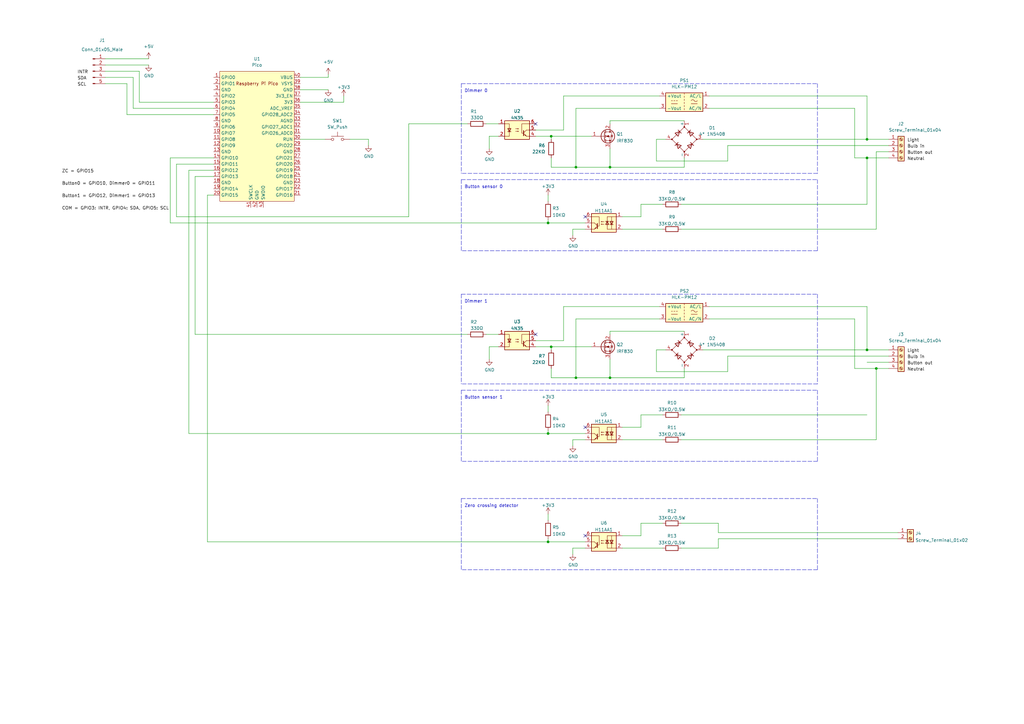
<source format=kicad_sch>
(kicad_sch (version 20211123) (generator eeschema)
  (paper "A3")
  (lib_symbols
    (symbol "Connector:Conn_01x05_Male" (pin_names (offset 1.016) hide)
      (property "Reference" "J" (at 0 7.62 0))
      (property "Value" "Conn_01x05_Male" (at 0 -7.62 0))
      (symbol "Conn_01x05_Male_1_1"
        (polyline (pts (xy 1.27 -5.08) (xy 0.8636 -5.08)) (stroke (width 0.1524)))
        (polyline (pts (xy 1.27 -2.54) (xy 0.8636 -2.54)) (stroke (width 0.1524)))
        (polyline (pts (xy 1.27 0) (xy 0.8636 0)) (stroke (width 0.1524)))
        (polyline (pts (xy 1.27 2.54) (xy 0.8636 2.54)) (stroke (width 0.1524)))
        (polyline (pts (xy 1.27 5.08) (xy 0.8636 5.08)) (stroke (width 0.1524)))
        (rectangle (start 0.8636 -4.953) (end 0 -5.207) (stroke (width 0.1524)) (fill (type outline)))
        (rectangle (start 0.8636 -2.413) (end 0 -2.667) (stroke (width 0.1524)) (fill (type outline)))
        (rectangle (start 0.8636 0.127) (end 0 -0.127) (stroke (width 0.1524)) (fill (type outline)))
        (rectangle (start 0.8636 2.667) (end 0 2.413) (stroke (width 0.1524)) (fill (type outline)))
        (rectangle (start 0.8636 5.207) (end 0 4.953) (stroke (width 0.1524)) (fill (type outline)))
        (pin passive line (at 5.08 5.08 180) (length 3.81) (name "Pin_1") (number "1"))
        (pin passive line (at 5.08 2.54 180) (length 3.81) (name "Pin_2") (number "2"))
        (pin passive line (at 5.08 0 180) (length 3.81) (name "Pin_3") (number "3"))
        (pin passive line (at 5.08 -2.54 180) (length 3.81) (name "Pin_4") (number "4"))
        (pin passive line (at 5.08 -5.08 180) (length 3.81) (name "Pin_5") (number "5"))
      )
    )
    (symbol "Connector:Screw_Terminal_01x02" (pin_names (offset 1.016) hide)
      (property "Reference" "J" (at 0 2.54 0))
      (property "Value" "Screw_Terminal_01x02" (at 0 -5.08 0))
      (symbol "Screw_Terminal_01x02_1_1"
        (rectangle (start -1.27 1.27) (end 1.27 -3.81) (stroke (width 0.254)) (fill (type background)))
        (circle (center 0 -2.54) (radius 0.635) (stroke (width 0.1524)))
        (polyline (pts (xy -0.5334 -2.2098) (xy 0.3302 -3.048)) (stroke (width 0.1524)))
        (polyline (pts (xy -0.5334 0.3302) (xy 0.3302 -0.508)) (stroke (width 0.1524)))
        (polyline (pts (xy -0.3556 -2.032) (xy 0.508 -2.8702)) (stroke (width 0.1524)))
        (polyline (pts (xy -0.3556 0.508) (xy 0.508 -0.3302)) (stroke (width 0.1524)))
        (circle (center 0 0) (radius 0.635) (stroke (width 0.1524)))
        (pin passive line (at -5.08 0 0) (length 3.81) (name "Pin_1") (number "1"))
        (pin passive line (at -5.08 -2.54 0) (length 3.81) (name "Pin_2") (number "2"))
      )
    )
    (symbol "Connector:Screw_Terminal_01x04" (pin_names (offset 1.016) hide)
      (property "Reference" "J" (at 0 5.08 0))
      (property "Value" "Screw_Terminal_01x04" (at 0 -7.62 0))
      (symbol "Screw_Terminal_01x04_1_1"
        (rectangle (start -1.27 3.81) (end 1.27 -6.35) (stroke (width 0.254)) (fill (type background)))
        (circle (center 0 -5.08) (radius 0.635) (stroke (width 0.1524)))
        (circle (center 0 -2.54) (radius 0.635) (stroke (width 0.1524)))
        (polyline (pts (xy -0.5334 -4.7498) (xy 0.3302 -5.588)) (stroke (width 0.1524)))
        (polyline (pts (xy -0.5334 -2.2098) (xy 0.3302 -3.048)) (stroke (width 0.1524)))
        (polyline (pts (xy -0.5334 0.3302) (xy 0.3302 -0.508)) (stroke (width 0.1524)))
        (polyline (pts (xy -0.5334 2.8702) (xy 0.3302 2.032)) (stroke (width 0.1524)))
        (polyline (pts (xy -0.3556 -4.572) (xy 0.508 -5.4102)) (stroke (width 0.1524)))
        (polyline (pts (xy -0.3556 -2.032) (xy 0.508 -2.8702)) (stroke (width 0.1524)))
        (polyline (pts (xy -0.3556 0.508) (xy 0.508 -0.3302)) (stroke (width 0.1524)))
        (polyline (pts (xy -0.3556 3.048) (xy 0.508 2.2098)) (stroke (width 0.1524)))
        (circle (center 0 0) (radius 0.635) (stroke (width 0.1524)))
        (circle (center 0 2.54) (radius 0.635) (stroke (width 0.1524)))
        (pin passive line (at -5.08 2.54 0) (length 3.81) (name "Pin_1") (number "1"))
        (pin passive line (at -5.08 0 0) (length 3.81) (name "Pin_2") (number "2"))
        (pin passive line (at -5.08 -2.54 0) (length 3.81) (name "Pin_3") (number "3"))
        (pin passive line (at -5.08 -5.08 0) (length 3.81) (name "Pin_4") (number "4"))
      )
    )
    (symbol "Converter_ACDC:HLK-PM12"
      (property "Reference" "PS" (at 0 5.08 0))
      (property "Value" "HLK-PM12" (at 0 -5.08 0))
      (symbol "HLK-PM12_0_1"
        (rectangle (start -7.62 3.81) (end 7.62 -3.81) (stroke (width 0.254)) (fill (type background)))
        (arc (start -5.334 0.635) (mid -4.699 0.2495) (end -4.064 0.635))
        (arc (start -2.794 0.635) (mid -3.429 1.0072) (end -4.064 0.635))
        (polyline (pts (xy -5.334 -0.635) (xy -2.794 -0.635)))
        (polyline (pts (xy 0 -2.54) (xy 0 -3.175)))
        (polyline (pts (xy 0 -1.27) (xy 0 -1.905)))
        (polyline (pts (xy 0 0) (xy 0 -0.635)))
        (polyline (pts (xy 0 1.27) (xy 0 0.635)))
        (polyline (pts (xy 0 2.54) (xy 0 1.905)))
        (polyline (pts (xy 0 3.81) (xy 0 3.175)))
        (polyline (pts (xy 2.794 -0.635) (xy 5.334 -0.635)))
        (polyline (pts (xy 2.794 0.635) (xy 3.302 0.635)))
        (polyline (pts (xy 3.81 0.635) (xy 4.318 0.635)))
        (polyline (pts (xy 4.826 0.635) (xy 5.334 0.635)))
      )
      (symbol "HLK-PM12_1_1"
        (pin power_in line (at -10.16 2.54 0) (length 2.54) (name "AC/L") (number "1"))
        (pin power_in line (at -10.16 -2.54 0) (length 2.54) (name "AC/N") (number "2"))
        (pin power_out line (at 10.16 -2.54 180) (length 2.54) (name "-Vout") (number "3"))
        (pin power_out line (at 10.16 2.54 180) (length 2.54) (name "+Vout") (number "4"))
      )
    )
    (symbol "Device:D_Bridge_+-AA" (pin_names (offset 0))
      (property "Reference" "D" (at 2.54 6.985 0))
      (property "Value" "D_Bridge_+-AA" (at 2.54 5.08 0))
      (symbol "D_Bridge_+-AA_0_1"
        (circle (center -5.08 0) (radius 0.254) (fill (type outline)))
        (circle (center 0 -5.08) (radius 0.254) (fill (type outline)))
        (polyline (pts (xy -2.54 3.81) (xy -1.27 2.54)) (stroke (width 0.254)))
        (polyline (pts (xy -1.27 -2.54) (xy -2.54 -3.81)) (stroke (width 0.254)))
        (polyline (pts (xy 2.54 -1.27) (xy 3.81 -2.54)) (stroke (width 0.254)))
        (polyline (pts (xy 2.54 1.27) (xy 3.81 2.54)) (stroke (width 0.254)))
        (polyline (pts (xy -3.81 2.54) (xy -2.54 1.27) (xy -1.905 3.175) (xy -3.81 2.54)) (stroke (width 0.254)))
        (polyline (pts (xy -2.54 -1.27) (xy -3.81 -2.54) (xy -1.905 -3.175) (xy -2.54 -1.27)) (stroke (width 0.254)))
        (polyline (pts (xy 1.27 2.54) (xy 2.54 3.81) (xy 3.175 1.905) (xy 1.27 2.54)) (stroke (width 0.254)))
        (polyline (pts (xy 3.175 -1.905) (xy 1.27 -2.54) (xy 2.54 -3.81) (xy 3.175 -1.905)) (stroke (width 0.254)))
        (polyline (pts (xy -5.08 0) (xy 0 -5.08) (xy 5.08 0) (xy 0 5.08) (xy -5.08 0)))
        (circle (center 0 5.08) (radius 0.254) (fill (type outline)))
        (circle (center 5.08 0) (radius 0.254) (fill (type outline)))
      )
      (symbol "D_Bridge_+-AA_1_1"
        (pin passive line (at 7.62 0 180) (length 2.54) (name "+") (number "1"))
        (pin passive line (at -7.62 0 0) (length 2.54) (name "-") (number "2"))
        (pin passive line (at 0 7.62 270) (length 2.54) (name "~") (number "3"))
        (pin passive line (at 0 -7.62 90) (length 2.54) (name "~") (number "4"))
      )
    )
    (symbol "Device:R" (pin_numbers hide) (pin_names (offset 0))
      (property "Reference" "R" (at 2.032 0 90))
      (property "Value" "R" (at 0 0 90))
      (symbol "R_0_1"
        (rectangle (start -1.016 -2.54) (end 1.016 2.54) (stroke (width 0.254)))
      )
      (symbol "R_1_1"
        (pin passive line (at 0 3.81 270) (length 1.27) (name "~") (number "1"))
        (pin passive line (at 0 -3.81 90) (length 1.27) (name "~") (number "2"))
      )
    )
    (symbol "Isolator:4N35" (pin_names (offset 1.016))
      (property "Reference" "U" (at -5.08 5.08 0))
      (property "Value" "4N35" (at 0 5.08 0))
      (symbol "4N35_0_1"
        (rectangle (start -5.08 3.81) (end 5.08 -3.81) (stroke (width 0.254)) (fill (type background)))
        (polyline (pts (xy -3.81 -0.635) (xy -2.54 -0.635)) (stroke (width 0.254)))
        (polyline (pts (xy 2.667 -1.397) (xy 3.81 -2.54)))
        (polyline (pts (xy 2.667 -1.143) (xy 3.81 0)))
        (polyline (pts (xy 3.81 -2.54) (xy 5.08 -2.54)))
        (polyline (pts (xy 3.81 0) (xy 5.08 0)))
        (polyline (pts (xy 2.667 -0.254) (xy 2.667 -2.286) (xy 2.667 -2.286)) (stroke (width 0.3556)))
        (polyline (pts (xy -5.08 -2.54) (xy -3.175 -2.54) (xy -3.175 2.54) (xy -5.08 2.54)))
        (polyline (pts (xy -3.175 -0.635) (xy -3.81 0.635) (xy -2.54 0.635) (xy -3.175 -0.635)) (stroke (width 0.254)))
        (polyline (pts (xy 3.683 -2.413) (xy 3.429 -1.905) (xy 3.175 -2.159) (xy 3.683 -2.413)))
        (polyline (pts (xy 5.08 2.54) (xy 1.905 2.54) (xy 1.905 -1.27) (xy 2.54 -1.27)))
        (polyline (pts (xy -0.635 -0.508) (xy 0.635 -0.508) (xy 0.254 -0.635) (xy 0.254 -0.381) (xy 0.635 -0.508)))
        (polyline (pts (xy -0.635 0.508) (xy 0.635 0.508) (xy 0.254 0.381) (xy 0.254 0.635) (xy 0.635 0.508)))
      )
      (symbol "4N35_1_1"
        (pin passive line (at -7.62 2.54 0) (length 2.54) (name "~") (number "1"))
        (pin passive line (at -7.62 -2.54 0) (length 2.54) (name "~") (number "2"))
        (pin no_connect line (at -5.08 0 0) (length 2.54) hide (name "NC") (number "3"))
        (pin passive line (at 7.62 -2.54 180) (length 2.54) (name "~") (number "4"))
        (pin passive line (at 7.62 0 180) (length 2.54) (name "~") (number "5"))
        (pin passive line (at 7.62 2.54 180) (length 2.54) (name "~") (number "6"))
      )
    )
    (symbol "Isolator:H11AA1"
      (property "Reference" "U" (at -5.334 4.953 0))
      (property "Value" "H11AA1" (at 0.635 4.953 0))
      (symbol "H11AA1_0_1"
        (polyline (pts (xy -2.032 0.635) (xy -0.762 0.635)) (stroke (width 0.254)))
        (polyline (pts (xy -1.397 -2.54) (xy -3.175 -2.54)) (stroke (width 0.1524)))
        (polyline (pts (xy -1.397 -0.635) (xy -1.397 -2.54)))
        (polyline (pts (xy -1.397 0.635) (xy -1.397 -0.635)))
        (polyline (pts (xy -1.397 0.635) (xy -1.397 2.54)))
        (polyline (pts (xy -1.397 2.54) (xy -3.175 2.54)) (stroke (width 0.1524)))
        (polyline (pts (xy -1.397 0.635) (xy -2.032 -0.635) (xy -0.762 -0.635) (xy -1.397 0.635)) (stroke (width 0.254)))
      )
      (symbol "H11AA1_1_1"
        (rectangle (start -5.08 3.81) (end 5.08 -3.81) (stroke (width 0.254)) (fill (type background)))
        (polyline (pts (xy -3.81 -0.635) (xy -2.54 -0.635)) (stroke (width 0.254)))
        (polyline (pts (xy 2.667 -1.397) (xy 3.81 -2.54)))
        (polyline (pts (xy 2.667 -1.143) (xy 3.81 0)))
        (polyline (pts (xy 3.81 -2.54) (xy 5.08 -2.54)))
        (polyline (pts (xy 3.81 0) (xy 5.08 0)))
        (polyline (pts (xy 2.667 -0.254) (xy 2.667 -2.286) (xy 2.667 -2.286)) (stroke (width 0.3556)))
        (polyline (pts (xy -5.08 -2.54) (xy -3.175 -2.54) (xy -3.175 2.54) (xy -5.08 2.54)))
        (polyline (pts (xy -3.175 -0.635) (xy -3.81 0.635) (xy -2.54 0.635) (xy -3.175 -0.635)) (stroke (width 0.254)))
        (polyline (pts (xy 3.683 -2.413) (xy 3.429 -1.905) (xy 3.175 -2.159) (xy 3.683 -2.413)))
        (polyline (pts (xy 5.08 2.54) (xy 1.905 2.54) (xy 1.905 -1.27) (xy 2.54 -1.27)))
        (polyline (pts (xy -0.127 -0.508) (xy 1.143 -0.508) (xy 0.762 -0.635) (xy 0.762 -0.381) (xy 1.143 -0.508)))
        (polyline (pts (xy -0.127 0.508) (xy 1.143 0.508) (xy 0.762 0.381) (xy 0.762 0.635) (xy 1.143 0.508)))
        (pin passive line (at -7.62 2.54 0) (length 2.54) (name "~") (number "1"))
        (pin passive line (at -7.62 -2.54 0) (length 2.54) (name "~") (number "2"))
        (pin no_connect line (at -5.08 0 0) (length 2.54) hide (name "NC") (number "3"))
        (pin passive line (at 7.62 -2.54 180) (length 2.54) (name "~") (number "4"))
        (pin passive line (at 7.62 0 180) (length 2.54) (name "~") (number "5"))
        (pin passive line (at 7.62 2.54 180) (length 2.54) (name "~") (number "6"))
      )
    )
    (symbol "MCU_RaspberryPi_and_Boards:Pico"
      (property "Reference" "U" (at -13.97 27.94 0))
      (property "Value" "Pico" (at 0 19.05 0))
      (symbol "Pico_0_0"
        (text "Raspberry Pi Pico" (at 0 21.59 0) (effects (font (size 1.27 1.27))))
      )
      (symbol "Pico_0_1"
        (rectangle (start -15.24 26.67) (end 15.24 -26.67) (fill (type background)))
      )
      (symbol "Pico_1_1"
        (pin bidirectional line (at -17.78 24.13 0) (length 2.54) (name "GPIO0") (number "1"))
        (pin bidirectional line (at -17.78 1.27 0) (length 2.54) (name "GPIO7") (number "10"))
        (pin bidirectional line (at -17.78 -1.27 0) (length 2.54) (name "GPIO8") (number "11"))
        (pin bidirectional line (at -17.78 -3.81 0) (length 2.54) (name "GPIO9") (number "12"))
        (pin power_in line (at -17.78 -6.35 0) (length 2.54) (name "GND") (number "13"))
        (pin bidirectional line (at -17.78 -8.89 0) (length 2.54) (name "GPIO10") (number "14"))
        (pin bidirectional line (at -17.78 -11.43 0) (length 2.54) (name "GPIO11") (number "15"))
        (pin bidirectional line (at -17.78 -13.97 0) (length 2.54) (name "GPIO12") (number "16"))
        (pin bidirectional line (at -17.78 -16.51 0) (length 2.54) (name "GPIO13") (number "17"))
        (pin power_in line (at -17.78 -19.05 0) (length 2.54) (name "GND") (number "18"))
        (pin bidirectional line (at -17.78 -21.59 0) (length 2.54) (name "GPIO14") (number "19"))
        (pin bidirectional line (at -17.78 21.59 0) (length 2.54) (name "GPIO1") (number "2"))
        (pin bidirectional line (at -17.78 -24.13 0) (length 2.54) (name "GPIO15") (number "20"))
        (pin bidirectional line (at 17.78 -24.13 180) (length 2.54) (name "GPIO16") (number "21"))
        (pin bidirectional line (at 17.78 -21.59 180) (length 2.54) (name "GPIO17") (number "22"))
        (pin power_in line (at 17.78 -19.05 180) (length 2.54) (name "GND") (number "23"))
        (pin bidirectional line (at 17.78 -16.51 180) (length 2.54) (name "GPIO18") (number "24"))
        (pin bidirectional line (at 17.78 -13.97 180) (length 2.54) (name "GPIO19") (number "25"))
        (pin bidirectional line (at 17.78 -11.43 180) (length 2.54) (name "GPIO20") (number "26"))
        (pin bidirectional line (at 17.78 -8.89 180) (length 2.54) (name "GPIO21") (number "27"))
        (pin power_in line (at 17.78 -6.35 180) (length 2.54) (name "GND") (number "28"))
        (pin bidirectional line (at 17.78 -3.81 180) (length 2.54) (name "GPIO22") (number "29"))
        (pin power_in line (at -17.78 19.05 0) (length 2.54) (name "GND") (number "3"))
        (pin input line (at 17.78 -1.27 180) (length 2.54) (name "RUN") (number "30"))
        (pin bidirectional line (at 17.78 1.27 180) (length 2.54) (name "GPIO26_ADC0") (number "31"))
        (pin bidirectional line (at 17.78 3.81 180) (length 2.54) (name "GPIO27_ADC1") (number "32"))
        (pin power_in line (at 17.78 6.35 180) (length 2.54) (name "AGND") (number "33"))
        (pin bidirectional line (at 17.78 8.89 180) (length 2.54) (name "GPIO28_ADC2") (number "34"))
        (pin power_in line (at 17.78 11.43 180) (length 2.54) (name "ADC_VREF") (number "35"))
        (pin power_in line (at 17.78 13.97 180) (length 2.54) (name "3V3") (number "36"))
        (pin input line (at 17.78 16.51 180) (length 2.54) (name "3V3_EN") (number "37"))
        (pin bidirectional line (at 17.78 19.05 180) (length 2.54) (name "GND") (number "38"))
        (pin power_in line (at 17.78 21.59 180) (length 2.54) (name "VSYS") (number "39"))
        (pin bidirectional line (at -17.78 16.51 0) (length 2.54) (name "GPIO2") (number "4"))
        (pin power_in line (at 17.78 24.13 180) (length 2.54) (name "VBUS") (number "40"))
        (pin input line (at -2.54 -29.21 90) (length 2.54) (name "SWCLK") (number "41"))
        (pin power_in line (at 0 -29.21 90) (length 2.54) (name "GND") (number "42"))
        (pin bidirectional line (at 2.54 -29.21 90) (length 2.54) (name "SWDIO") (number "43"))
        (pin bidirectional line (at -17.78 13.97 0) (length 2.54) (name "GPIO3") (number "5"))
        (pin bidirectional line (at -17.78 11.43 0) (length 2.54) (name "GPIO4") (number "6"))
        (pin bidirectional line (at -17.78 8.89 0) (length 2.54) (name "GPIO5") (number "7"))
        (pin power_in line (at -17.78 6.35 0) (length 2.54) (name "GND") (number "8"))
        (pin bidirectional line (at -17.78 3.81 0) (length 2.54) (name "GPIO6") (number "9"))
      )
    )
    (symbol "Switch:SW_Push" (pin_numbers hide) (pin_names (offset 1.016) hide)
      (property "Reference" "SW" (at 1.27 2.54 0))
      (property "Value" "SW_Push" (at 0 -1.524 0))
      (symbol "SW_Push_0_1"
        (circle (center -2.032 0) (radius 0.508))
        (polyline (pts (xy 0 1.27) (xy 0 3.048)))
        (polyline (pts (xy 2.54 1.27) (xy -2.54 1.27)))
        (circle (center 2.032 0) (radius 0.508))
        (pin passive line (at -5.08 0 0) (length 2.54) (name "1") (number "1"))
        (pin passive line (at 5.08 0 180) (length 2.54) (name "2") (number "2"))
      )
    )
    (symbol "Transistor_FET:IRF740" (pin_names hide)
      (property "Reference" "Q" (at 6.35 1.905 0))
      (property "Value" "IRF740" (at 6.35 0 0))
      (symbol "IRF740_0_1"
        (polyline (pts (xy 0.254 0) (xy -2.54 0)))
        (polyline (pts (xy 0.254 1.905) (xy 0.254 -1.905)) (stroke (width 0.254)))
        (polyline (pts (xy 0.762 -1.27) (xy 0.762 -2.286)) (stroke (width 0.254)))
        (polyline (pts (xy 0.762 0.508) (xy 0.762 -0.508)) (stroke (width 0.254)))
        (polyline (pts (xy 0.762 2.286) (xy 0.762 1.27)) (stroke (width 0.254)))
        (polyline (pts (xy 2.54 2.54) (xy 2.54 1.778)))
        (polyline (pts (xy 2.54 -2.54) (xy 2.54 0) (xy 0.762 0)))
        (polyline (pts (xy 0.762 -1.778) (xy 3.302 -1.778) (xy 3.302 1.778) (xy 0.762 1.778)))
        (polyline (pts (xy 1.016 0) (xy 2.032 0.381) (xy 2.032 -0.381) (xy 1.016 0)) (fill (type outline)))
        (polyline (pts (xy 2.794 0.508) (xy 2.921 0.381) (xy 3.683 0.381) (xy 3.81 0.254)))
        (polyline (pts (xy 3.302 0.381) (xy 2.921 -0.254) (xy 3.683 -0.254) (xy 3.302 0.381)))
        (circle (center 1.651 0) (radius 2.794) (stroke (width 0.254)))
        (circle (center 2.54 -1.778) (radius 0.254) (fill (type outline)))
        (circle (center 2.54 1.778) (radius 0.254) (fill (type outline)))
      )
      (symbol "IRF740_1_1"
        (pin input line (at -5.08 0 0) (length 2.54) (name "G") (number "1"))
        (pin passive line (at 2.54 5.08 270) (length 2.54) (name "D") (number "2"))
        (pin passive line (at 2.54 -5.08 90) (length 2.54) (name "S") (number "3"))
      )
    )
    (symbol "power:+3V3" (power) (pin_names (offset 0))
      (property "Value" "+3V3" (at 0 3.556 0))
      (symbol "+3V3_0_1"
        (polyline (pts (xy -0.762 1.27) (xy 0 2.54)))
        (polyline (pts (xy 0 0) (xy 0 2.54)))
        (polyline (pts (xy 0 2.54) (xy 0.762 1.27)))
      )
      (symbol "+3V3_1_1"
        (pin power_in line (at 0 0 90) (length 0) hide (name "+3V3") (number "1"))
      )
    )
    (symbol "power:+5V" (power) (pin_names (offset 0))
      (property "Value" "+5V" (at 0 3.556 0))
      (symbol "+5V_0_1"
        (polyline (pts (xy -0.762 1.27) (xy 0 2.54)))
        (polyline (pts (xy 0 0) (xy 0 2.54)))
        (polyline (pts (xy 0 2.54) (xy 0.762 1.27)))
      )
      (symbol "+5V_1_1"
        (pin power_in line (at 0 0 90) (length 0) hide (name "+5V") (number "1"))
      )
    )
    (symbol "power:GND" (power) (pin_names (offset 0))
      (property "Value" "GND" (at 0 -3.81 0))
      (symbol "GND_0_1"
        (polyline (pts (xy 0 0) (xy 0 -1.27) (xy 1.27 -1.27) (xy 0 -2.54) (xy -1.27 -1.27) (xy 0 -1.27)))
      )
      (symbol "GND_1_1"
        (pin power_in line (at 0 0 270) (length 0) hide (name "GND") (number "1"))
      )
    )
  )
  (junction (at 224.79 91.44))
  (junction (at 250.19 154.94))
  (junction (at 224.79 177.8))
  (junction (at 355.6 64.77))
  (junction (at 355.6 57.15))
  (junction (at 224.79 222.25))
  (junction (at 236.22 154.94))
  (junction (at 359.41 151.13))
  (junction (at 236.22 68.58))
  (junction (at 355.6 143.51))
  (junction (at 250.19 68.58))
  (junction (at 226.06 55.88))
  (junction (at 226.06 142.24))
  (no_connect (at 240.03 175.26))
  (no_connect (at 240.03 88.9))
  (no_connect (at 219.71 137.16))
  (no_connect (at 219.71 50.8))
  (no_connect (at 240.03 219.71))
  (wire (pts (xy 269.24 143.51) (xy 273.05 143.51)))
  (wire (pts (xy 290.83 39.37) (xy 355.6 39.37)))
  (wire (pts (xy 236.22 44.45) (xy 236.22 68.58)))
  (wire (pts (xy 69.85 64.77) (xy 69.85 91.44)))
  (wire (pts (xy 224.79 91.44) (xy 240.03 91.44)))
  (wire (pts (xy 77.47 69.85) (xy 87.63 69.85)))
  (wire (pts (xy 219.71 139.7) (xy 231.14 139.7)))
  (wire (pts (xy 140.97 39.37) (xy 140.97 41.91)))
  (wire (pts (xy 355.6 125.73) (xy 355.6 143.51)))
  (wire (pts (xy 242.57 142.24) (xy 226.06 142.24)))
  (polyline (pts (xy 335.28 120.65) (xy 335.28 157.48)))
  (wire (pts (xy 294.64 220.98) (xy 294.64 224.79)))
  (wire (pts (xy 359.41 62.23) (xy 364.49 62.23)))
  (wire (pts (xy 234.95 224.79) (xy 240.03 224.79)))
  (wire (pts (xy 269.24 66.04) (xy 269.24 57.15)))
  (wire (pts (xy 52.07 34.29) (xy 52.07 46.99)))
  (wire (pts (xy 255.27 93.98) (xy 271.78 93.98)))
  (wire (pts (xy 43.18 34.29) (xy 52.07 34.29)))
  (wire (pts (xy 355.6 39.37) (xy 355.6 57.15)))
  (wire (pts (xy 219.71 55.88) (xy 226.06 55.88)))
  (wire (pts (xy 270.51 130.81) (xy 236.22 130.81)))
  (wire (pts (xy 294.64 214.63) (xy 279.4 214.63)))
  (wire (pts (xy 236.22 68.58) (xy 250.19 68.58)))
  (wire (pts (xy 80.01 137.16) (xy 80.01 72.39)))
  (wire (pts (xy 262.89 83.82) (xy 262.89 88.9)))
  (wire (pts (xy 224.79 220.98) (xy 224.79 222.25)))
  (wire (pts (xy 255.27 219.71) (xy 262.89 219.71)))
  (wire (pts (xy 368.3 220.98) (xy 294.64 220.98)))
  (wire (pts (xy 134.62 30.48) (xy 134.62 31.75)))
  (wire (pts (xy 80.01 137.16) (xy 191.77 137.16)))
  (wire (pts (xy 87.63 80.01) (xy 85.09 80.01)))
  (wire (pts (xy 279.4 93.98) (xy 359.41 93.98)))
  (wire (pts (xy 290.83 44.45) (xy 350.52 44.45)))
  (wire (pts (xy 77.47 177.8) (xy 224.79 177.8)))
  (wire (pts (xy 255.27 180.34) (xy 271.78 180.34)))
  (wire (pts (xy 255.27 224.79) (xy 271.78 224.79)))
  (wire (pts (xy 54.61 44.45) (xy 54.61 31.75)))
  (wire (pts (xy 279.4 224.79) (xy 294.64 224.79)))
  (polyline (pts (xy 189.23 120.65) (xy 335.28 120.65)))
  (wire (pts (xy 288.29 57.15) (xy 355.6 57.15)))
  (wire (pts (xy 224.79 177.8) (xy 240.03 177.8)))
  (wire (pts (xy 226.06 57.15) (xy 226.06 55.88)))
  (wire (pts (xy 236.22 130.81) (xy 236.22 154.94)))
  (polyline (pts (xy 335.28 34.29) (xy 335.28 71.12)))
  (wire (pts (xy 231.14 39.37) (xy 231.14 53.34)))
  (wire (pts (xy 298.45 152.4) (xy 269.24 152.4)))
  (polyline (pts (xy 189.23 34.29) (xy 189.23 71.12)))
  (wire (pts (xy 72.39 67.31) (xy 72.39 88.9)))
  (wire (pts (xy 219.71 142.24) (xy 226.06 142.24)))
  (wire (pts (xy 224.79 222.25) (xy 240.03 222.25)))
  (wire (pts (xy 231.14 125.73) (xy 231.14 139.7)))
  (wire (pts (xy 359.41 151.13) (xy 364.49 151.13)))
  (wire (pts (xy 234.95 93.98) (xy 234.95 96.52)))
  (polyline (pts (xy 189.23 160.02) (xy 335.28 160.02)))
  (wire (pts (xy 262.89 170.18) (xy 262.89 175.26)))
  (wire (pts (xy 298.45 66.04) (xy 269.24 66.04)))
  (wire (pts (xy 72.39 88.9) (xy 167.64 88.9)))
  (polyline (pts (xy 335.28 157.48) (xy 189.23 157.48)))
  (polyline (pts (xy 189.23 120.65) (xy 189.23 157.48)))
  (polyline (pts (xy 189.23 34.29) (xy 335.28 34.29)))
  (wire (pts (xy 271.78 170.18) (xy 262.89 170.18)))
  (wire (pts (xy 359.41 151.13) (xy 359.41 180.34)))
  (wire (pts (xy 236.22 154.94) (xy 250.19 154.94)))
  (wire (pts (xy 290.83 130.81) (xy 350.52 130.81)))
  (wire (pts (xy 43.18 26.67) (xy 60.96 26.67)))
  (wire (pts (xy 271.78 214.63) (xy 262.89 214.63)))
  (wire (pts (xy 85.09 80.01) (xy 85.09 222.25)))
  (wire (pts (xy 242.57 55.88) (xy 226.06 55.88)))
  (polyline (pts (xy 189.23 204.47) (xy 335.28 204.47)))
  (wire (pts (xy 199.39 50.8) (xy 204.47 50.8)))
  (wire (pts (xy 226.06 151.13) (xy 226.06 154.94)))
  (polyline (pts (xy 189.23 204.47) (xy 189.23 233.68)))
  (wire (pts (xy 87.63 44.45) (xy 54.61 44.45)))
  (wire (pts (xy 250.19 68.58) (xy 280.67 68.58)))
  (wire (pts (xy 250.19 154.94) (xy 280.67 154.94)))
  (polyline (pts (xy 335.28 102.87) (xy 189.23 102.87)))
  (wire (pts (xy 226.06 154.94) (xy 236.22 154.94)))
  (wire (pts (xy 204.47 142.24) (xy 200.66 142.24)))
  (wire (pts (xy 350.52 130.81) (xy 350.52 151.13)))
  (wire (pts (xy 43.18 31.75) (xy 54.61 31.75)))
  (wire (pts (xy 279.4 170.18) (xy 355.6 170.18)))
  (wire (pts (xy 87.63 41.91) (xy 57.15 41.91)))
  (wire (pts (xy 298.45 59.69) (xy 364.49 59.69)))
  (wire (pts (xy 350.52 64.77) (xy 355.6 64.77)))
  (wire (pts (xy 250.19 60.96) (xy 250.19 68.58)))
  (wire (pts (xy 43.18 29.21) (xy 57.15 29.21)))
  (wire (pts (xy 43.18 24.13) (xy 60.96 24.13)))
  (wire (pts (xy 85.09 222.25) (xy 224.79 222.25)))
  (wire (pts (xy 294.64 218.44) (xy 294.64 214.63)))
  (wire (pts (xy 234.95 224.79) (xy 234.95 227.33)))
  (polyline (pts (xy 335.28 204.47) (xy 335.28 233.68)))
  (wire (pts (xy 250.19 135.89) (xy 250.19 137.16)))
  (wire (pts (xy 350.52 44.45) (xy 350.52 64.77)))
  (polyline (pts (xy 335.28 233.68) (xy 189.23 233.68)))
  (wire (pts (xy 255.27 175.26) (xy 262.89 175.26)))
  (wire (pts (xy 226.06 143.51) (xy 226.06 142.24)))
  (polyline (pts (xy 335.28 73.66) (xy 335.28 102.87)))
  (wire (pts (xy 355.6 64.77) (xy 355.6 83.82)))
  (wire (pts (xy 250.19 147.32) (xy 250.19 154.94)))
  (wire (pts (xy 294.64 218.44) (xy 368.3 218.44)))
  (wire (pts (xy 288.29 143.51) (xy 355.6 143.51)))
  (wire (pts (xy 57.15 29.21) (xy 57.15 41.91)))
  (wire (pts (xy 80.01 72.39) (xy 87.63 72.39)))
  (polyline (pts (xy 189.23 73.66) (xy 335.28 73.66)))
  (wire (pts (xy 87.63 64.77) (xy 69.85 64.77)))
  (wire (pts (xy 250.19 49.53) (xy 250.19 50.8)))
  (wire (pts (xy 167.64 50.8) (xy 167.64 88.9)))
  (polyline (pts (xy 335.28 160.02) (xy 335.28 189.23)))
  (wire (pts (xy 123.19 31.75) (xy 134.62 31.75)))
  (wire (pts (xy 123.19 41.91) (xy 140.97 41.91)))
  (wire (pts (xy 226.06 64.77) (xy 226.06 68.58)))
  (wire (pts (xy 355.6 57.15) (xy 364.49 57.15)))
  (wire (pts (xy 271.78 83.82) (xy 262.89 83.82)))
  (wire (pts (xy 234.95 180.34) (xy 240.03 180.34)))
  (wire (pts (xy 279.4 83.82) (xy 355.6 83.82)))
  (wire (pts (xy 234.95 93.98) (xy 240.03 93.98)))
  (wire (pts (xy 279.4 180.34) (xy 359.41 180.34)))
  (polyline (pts (xy 189.23 73.66) (xy 189.23 102.87)))
  (wire (pts (xy 280.67 154.94) (xy 280.67 151.13)))
  (wire (pts (xy 255.27 88.9) (xy 262.89 88.9)))
  (wire (pts (xy 359.41 62.23) (xy 359.41 93.98)))
  (wire (pts (xy 200.66 142.24) (xy 200.66 147.32)))
  (wire (pts (xy 77.47 177.8) (xy 77.47 69.85)))
  (wire (pts (xy 224.79 80.01) (xy 224.79 82.55)))
  (wire (pts (xy 270.51 44.45) (xy 236.22 44.45)))
  (wire (pts (xy 262.89 214.63) (xy 262.89 219.71)))
  (wire (pts (xy 143.51 57.15) (xy 151.13 57.15)))
  (polyline (pts (xy 189.23 160.02) (xy 189.23 189.23)))
  (wire (pts (xy 350.52 151.13) (xy 359.41 151.13)))
  (wire (pts (xy 298.45 146.05) (xy 298.45 152.4)))
  (wire (pts (xy 226.06 68.58) (xy 236.22 68.58)))
  (wire (pts (xy 224.79 90.17) (xy 224.79 91.44)))
  (wire (pts (xy 224.79 176.53) (xy 224.79 177.8)))
  (wire (pts (xy 123.19 36.83) (xy 134.62 36.83)))
  (wire (pts (xy 269.24 57.15) (xy 273.05 57.15)))
  (wire (pts (xy 355.6 148.59) (xy 364.49 148.59)))
  (wire (pts (xy 269.24 152.4) (xy 269.24 143.51)))
  (wire (pts (xy 69.85 91.44) (xy 224.79 91.44)))
  (wire (pts (xy 231.14 125.73) (xy 270.51 125.73)))
  (wire (pts (xy 219.71 53.34) (xy 231.14 53.34)))
  (wire (pts (xy 167.64 50.8) (xy 191.77 50.8)))
  (wire (pts (xy 231.14 39.37) (xy 270.51 39.37)))
  (wire (pts (xy 123.19 57.15) (xy 133.35 57.15)))
  (wire (pts (xy 355.6 143.51) (xy 364.49 143.51)))
  (wire (pts (xy 298.45 59.69) (xy 298.45 66.04)))
  (wire (pts (xy 250.19 135.89) (xy 280.67 135.89)))
  (wire (pts (xy 298.45 146.05) (xy 364.49 146.05)))
  (wire (pts (xy 280.67 68.58) (xy 280.67 64.77)))
  (wire (pts (xy 204.47 55.88) (xy 200.66 55.88)))
  (wire (pts (xy 250.19 49.53) (xy 280.67 49.53)))
  (wire (pts (xy 199.39 137.16) (xy 204.47 137.16)))
  (wire (pts (xy 151.13 57.15) (xy 151.13 59.69)))
  (wire (pts (xy 87.63 46.99) (xy 52.07 46.99)))
  (polyline (pts (xy 335.28 71.12) (xy 189.23 71.12)))
  (wire (pts (xy 87.63 67.31) (xy 72.39 67.31)))
  (wire (pts (xy 224.79 210.82) (xy 224.79 213.36)))
  (wire (pts (xy 234.95 180.34) (xy 234.95 182.88)))
  (wire (pts (xy 355.6 64.77) (xy 364.49 64.77)))
  (polyline (pts (xy 335.28 189.23) (xy 189.23 189.23)))
  (wire (pts (xy 224.79 166.37) (xy 224.79 168.91)))
  (wire (pts (xy 200.66 55.88) (xy 200.66 60.96)))
  (wire (pts (xy 290.83 125.73) (xy 355.6 125.73)))
  (text "Dimmer 0\n" (at 190.5 38.1 0) (effects (font (size 1.27 1.27)) (justify left bottom)))
  (text "Button sensor 1" (at 190.5 163.83 0) (effects (font (size 1.27 1.27)) (justify left bottom)))
  (text "Button sensor 0" (at 190.5 77.47 0) (effects (font (size 1.27 1.27)) (justify left bottom)))
  (text "Dimmer 1" (at 190.5 124.46 0) (effects (font (size 1.27 1.27)) (justify left bottom)))
  (text "Zero crossing detector" (at 190.5 208.28 0) (effects (font (size 1.27 1.27)) (justify left bottom)))
  (label "Light" (at 372.11 58.42 0))
  (label "Bulb in" (at 372.11 60.96 0))
  (label "COM = GPIO3: INTR, GPIO4: SDA, GPIO5: SCL" (at 25.4 86.36 0))
  (label "SDA" (at 31.75 33.02 0))
  (label "INTR" (at 31.75 30.48 0))
  (label "Neutral" (at 372.11 152.4 0))
  (label "Button1 = GPIO12, Dimmer1 = GPIO13" (at 25.4 81.28 0))
  (label "ZC = GPIO15" (at 25.4 71.12 0))
  (label "Button0 = GPIO10, Dimmer0 = GPIO11" (at 25.4 76.2 0))
  (label "Button out" (at 372.11 63.5 0))
  (label "SCL" (at 31.75 35.56 0))
  (label "Bulb in" (at 372.11 147.32 0))
  (label "Button out" (at 372.11 149.86 0))
  (label "Neutral" (at 372.11 66.04 0))
  (label "Light" (at 372.11 144.78 0))
  (symbol (lib_id "Device:R") (at 275.59 83.82 270) (unit 1)
    (property "Reference" "R8" (at 275.59 78.8375 90))
    (property "Value" "33KΩ/0.5W" (at 275.59 81.6126 90))
    (property "Footprint" "Resistor_SMD:R_0805_2012Metric" (effects hide))
    (property "Datasheet" "https://datasheet.lcsc.com/lcsc/2012181743_UNI-ROYAL-Uniroyal-Elec-AS05W2J0333T5E_C966118.pdf" (effects hide))
    (property "LCSC" "C966118" (effects hide))
  )
  (symbol (lib_id "Isolator:H11AA1") (at 247.65 177.8 0) (mirror y) (unit 1)
    (property "Reference" "U5" (at 247.65 170.0235 0))
    (property "Value" "H11AA1" (at 247.65 172.7986 0))
    (property "Footprint" "Package_DIP:SMDIP-6_W9.53mm" (effects hide))
    (property "Datasheet" "https://datasheet.lcsc.com/lcsc/1809111517_ON-Semiconductor-H11AA1SM_C184383.pdf" (effects hide))
    (property "LCSC" "C184383" (effects hide))
  )
  (symbol (lib_id "Device:R") (at 195.58 50.8 270) (unit 1)
    (property "Reference" "R1" (at 194.31 45.72 90))
    (property "Value" "330Ω" (at 195.58 48.26 90))
    (property "Footprint" "Resistor_SMD:R_0603_1608Metric" (effects hide))
    (property "Datasheet" "https://datasheet.lcsc.com/lcsc/1811081715_UNI-ROYAL-Uniroyal-Elec-0603WAF3300T5E_C23138.pdf" (effects hide))
    (property "LCSC" "C23138" (effects hide))
  )
  (symbol (lib_id "Device:D_Bridge_+-AA") (at 280.67 143.51 270) (mirror x) (unit 1)
    (property "Reference" "D2" (at 292.1 138.811 90))
    (property "Value" "4* 1N5408" (at 292.1 141.351 90))
    (property "Footprint" "Diode_SMD:Diode_Bridge_Diotec_SO-DIL-Slim" (effects hide))
    (property "Datasheet" "https://datasheet.lcsc.com/lcsc/1805292032_Shandong-Jingdao-Microelectronics-FMSB30M_C169512.pdf" (effects hide))
    (property "LCSC" "C169512" (effects hide))
  )
  (symbol (lib_id "MCU_RaspberryPi_and_Boards:Pico") (at 105.41 55.88 0) (unit 1)
    (property "Reference" "U1" (at 105.41 24.13 0))
    (property "Value" "Pico" (at 105.41 26.67 0))
    (property "Footprint" "MCU_RaspberryPi_and_Boards:RPi_Pico_SMD_TH" (effects hide))
  )
  (symbol (lib_id "Device:R") (at 224.79 217.17 180) (unit 1)
    (property "Reference" "R5" (at 226.568 216.2615 0) (effects (justify right)))
    (property "Value" "10KΩ" (at 226.568 219.0366 0) (effects (justify right)))
    (property "Footprint" "Resistor_SMD:R_0603_1608Metric" (effects hide))
    (property "Datasheet" "https://datasheet.lcsc.com/lcsc/1811062009_UNI-ROYAL-Uniroyal-Elec-0603WAF1002T5E_C25804.pdf" (effects hide))
    (property "LCSC" "C25804" (effects hide))
  )
  (symbol (lib_id "Converter_ACDC:HLK-PM12") (at 280.67 41.91 0) (mirror y) (unit 1)
    (property "Reference" "PS1" (at 280.67 33.02 0))
    (property "Value" "HLK-PM12" (at 280.67 35.56 0))
    (property "Footprint" "Converter_ACDC:Converter_ACDC_HiLink_HLK-PMxx" (effects hide))
    (property "Datasheet" "http://www.hlktech.net/product_detail.php?ProId=56" (effects hide))
    (property "LCSC" "C209905" (effects hide))
  )
  (symbol (lib_id "Device:R") (at 224.79 86.36 180) (unit 1)
    (property "Reference" "R3" (at 226.568 85.4515 0) (effects (justify right)))
    (property "Value" "10KΩ" (at 226.568 88.2266 0) (effects (justify right)))
    (property "Footprint" "Resistor_SMD:R_0603_1608Metric" (effects hide))
    (property "Datasheet" "https://datasheet.lcsc.com/lcsc/1811062009_UNI-ROYAL-Uniroyal-Elec-0603WAF1002T5E_C25804.pdf" (effects hide))
    (property "LCSC" "C25804" (effects hide))
  )
  (symbol (lib_id "Transistor_FET:IRF740") (at 247.65 55.88 0) (unit 1)
    (property "Reference" "Q1" (at 252.857 54.9715 0) (effects (justify left)))
    (property "Value" "IRF830" (at 252.857 57.7466 0) (effects (justify left)))
    (property "Footprint" "Package_TO_SOT_SMD:TO-263-3_TabPin2" (effects hide))
    (property "Datasheet" "https://datasheet.lcsc.com/lcsc/2006291614_VBsemi-Elec-IRF830ASTRL_C693297.pdf" (effects hide))
    (property "LCSC" "C693297" (effects hide))
  )
  (symbol (lib_id "Device:R") (at 226.06 147.32 0) (unit 1)
    (property "Reference" "R7" (at 222.25 146.05 0))
    (property "Value" "22KΩ" (at 220.98 148.59 0))
    (property "Footprint" "Resistor_SMD:R_0603_1608Metric" (effects hide))
    (property "Datasheet" "https://datasheet.lcsc.com/lcsc/1811081712_UNI-ROYAL-Uniroyal-Elec-0603WAF2202T5E_C31850.pdf" (effects hide))
    (property "LCSC" "C31850" (effects hide))
  )
  (symbol (lib_id "power:+5V") (at 60.96 24.13 0) (unit 1)
    (property "Reference" "#PWR01" (effects hide))
    (property "Value" "+5V" (at 60.96 19.05 0))
  )
  (symbol (lib_id "Connector:Conn_01x05_Male") (at 38.1 29.21 0) (unit 1)
    (property "Reference" "J1" (at 41.91 16.51 0))
    (property "Value" "Conn_01x05_Male" (at 41.91 20.32 0))
    (property "Footprint" "Connector_PinHeader_2.54mm:PinHeader_1x05_P2.54mm_Vertical" (effects hide))
    (property "LCSC" "C390682" (effects hide))
  )
  (symbol (lib_id "Converter_ACDC:HLK-PM12") (at 280.67 128.27 0) (mirror y) (unit 1)
    (property "Reference" "PS2" (at 280.67 119.38 0))
    (property "Value" "HLK-PM12" (at 280.67 121.92 0))
    (property "Footprint" "Converter_ACDC:Converter_ACDC_HiLink_HLK-PMxx" (effects hide))
    (property "Datasheet" "http://www.hlktech.net/product_detail.php?ProId=56" (effects hide))
    (property "LCSC" "C209905" (effects hide))
  )
  (symbol (lib_id "Switch:SW_Push") (at 138.43 57.15 0) (unit 1)
    (property "Reference" "SW1" (at 138.43 49.53 0))
    (property "Value" "SW_Push" (at 138.43 52.07 0))
    (property "Footprint" "Button_Switch_SMD:SW_SPST_REED_CT05-XXXX-J1" (effects hide))
    (property "LCSC" "C843669" (effects hide))
  )
  (symbol (lib_id "power:GND") (at 234.95 182.88 0) (unit 1)
    (property "Reference" "#PWR0104" (effects hide))
    (property "Value" "GND" (at 235.077 187.2742 0))
  )
  (symbol (lib_id "Device:R") (at 226.06 60.96 0) (unit 1)
    (property "Reference" "R6" (at 222.25 59.69 0))
    (property "Value" "22KΩ" (at 220.98 62.23 0))
    (property "Footprint" "Resistor_SMD:R_0603_1608Metric" (effects hide))
    (property "Datasheet" "https://datasheet.lcsc.com/lcsc/1811081712_UNI-ROYAL-Uniroyal-Elec-0603WAF2202T5E_C31850.pdf" (effects hide))
    (property "LCSC" "C31850" (effects hide))
  )
  (symbol (lib_id "Device:R") (at 275.59 93.98 270) (unit 1)
    (property "Reference" "R9" (at 275.59 88.9975 90))
    (property "Value" "33KΩ/0.5W" (at 275.59 91.7726 90))
    (property "Footprint" "Resistor_SMD:R_0805_2012Metric" (effects hide))
    (property "Datasheet" "https://datasheet.lcsc.com/lcsc/2012181743_UNI-ROYAL-Uniroyal-Elec-AS05W2J0333T5E_C966118.pdf" (effects hide))
    (property "LCSC" "C966118" (effects hide))
  )
  (symbol (lib_id "power:+3V3") (at 224.79 80.01 0) (unit 1)
    (property "Reference" "#PWR0107" (effects hide))
    (property "Value" "+3V3" (at 224.79 76.4055 0))
  )
  (symbol (lib_id "power:+3V3") (at 224.79 166.37 0) (unit 1)
    (property "Reference" "#PWR0103" (effects hide))
    (property "Value" "+3V3" (at 224.79 162.7655 0))
  )
  (symbol (lib_id "power:GND") (at 60.96 26.67 0) (unit 1)
    (property "Reference" "#PWR0109" (effects hide))
    (property "Value" "GND" (at 61.087 31.0642 0))
  )
  (symbol (lib_id "Connector:Screw_Terminal_01x04") (at 369.57 146.05 0) (unit 1)
    (property "Reference" "J3" (at 368.3 137.16 0) (effects (justify left)))
    (property "Value" "Screw_Terminal_01x04" (at 364.49 139.7 0) (effects (justify left)))
    (property "Footprint" "TerminalBlock:TerminalBlock_bornier-4_P5.08mm" (effects hide))
  )
  (symbol (lib_id "Transistor_FET:IRF740") (at 247.65 142.24 0) (unit 1)
    (property "Reference" "Q2" (at 252.857 141.3315 0) (effects (justify left)))
    (property "Value" "IRF830" (at 252.857 144.1066 0) (effects (justify left)))
    (property "Footprint" "Package_TO_SOT_SMD:TO-263-3_TabPin2" (effects hide))
    (property "Datasheet" "https://datasheet.lcsc.com/lcsc/2006291614_VBsemi-Elec-IRF830ASTRL_C693297.pdf" (effects hide))
    (property "LCSC" "C693297" (effects hide))
  )
  (symbol (lib_id "Isolator:4N35") (at 212.09 53.34 0) (unit 1)
    (property "Reference" "U2" (at 212.09 45.5635 0))
    (property "Value" "4N35" (at 212.09 48.3386 0))
    (property "Footprint" "Package_DIP:SMDIP-6_W7.62mm" (effects hide))
    (property "Datasheet" "https://datasheet.lcsc.com/lcsc/1808131712_Everlight-Elec-4N35_C57084.pdf" (effects hide))
    (property "LCSC" "C115444" (effects hide))
  )
  (symbol (lib_id "Device:R") (at 275.59 180.34 270) (unit 1)
    (property "Reference" "R11" (at 275.59 175.3575 90))
    (property "Value" "33KΩ/0.5W" (at 275.59 178.1326 90))
    (property "Footprint" "Resistor_SMD:R_0805_2012Metric" (effects hide))
    (property "Datasheet" "https://datasheet.lcsc.com/lcsc/2012181743_UNI-ROYAL-Uniroyal-Elec-AS05W2J0333T5E_C966118.pdf" (effects hide))
    (property "LCSC" "C966118" (effects hide))
  )
  (symbol (lib_id "power:GND") (at 134.62 36.83 0) (unit 1)
    (property "Reference" "#PWR03" (effects hide))
    (property "Value" "GND" (at 134.747 41.2242 0))
  )
  (symbol (lib_id "Device:R") (at 275.59 214.63 270) (unit 1)
    (property "Reference" "R12" (at 275.59 209.6475 90))
    (property "Value" "33KΩ/0.5W" (at 275.59 212.4226 90))
    (property "Footprint" "Resistor_SMD:R_0805_2012Metric" (effects hide))
    (property "Datasheet" "https://datasheet.lcsc.com/lcsc/2012181743_UNI-ROYAL-Uniroyal-Elec-AS05W2J0333T5E_C966118.pdf" (effects hide))
    (property "LCSC" "C966118" (effects hide))
  )
  (symbol (lib_id "Isolator:4N35") (at 212.09 139.7 0) (unit 1)
    (property "Reference" "U3" (at 212.09 131.9235 0))
    (property "Value" "4N35" (at 212.09 134.6986 0))
    (property "Footprint" "Package_DIP:SMDIP-6_W7.62mm" (effects hide))
    (property "Datasheet" "https://datasheet.lcsc.com/lcsc/1808131712_Everlight-Elec-4N35_C57084.pdf" (effects hide))
    (property "LCSC" "C115444" (effects hide))
  )
  (symbol (lib_id "Device:R") (at 275.59 224.79 270) (unit 1)
    (property "Reference" "R13" (at 275.59 219.8075 90))
    (property "Value" "33KΩ/0.5W" (at 275.59 222.5826 90))
    (property "Footprint" "Resistor_SMD:R_0805_2012Metric" (effects hide))
    (property "Datasheet" "https://datasheet.lcsc.com/lcsc/2012181743_UNI-ROYAL-Uniroyal-Elec-AS05W2J0333T5E_C966118.pdf" (effects hide))
    (property "LCSC" "C966118" (effects hide))
  )
  (symbol (lib_id "power:GND") (at 200.66 147.32 0) (unit 1)
    (property "Reference" "#PWR0105" (effects hide))
    (property "Value" "GND" (at 200.787 151.7142 0))
  )
  (symbol (lib_id "power:GND") (at 234.95 227.33 0) (unit 1)
    (property "Reference" "#PWR0102" (effects hide))
    (property "Value" "GND" (at 235.077 231.7242 0))
  )
  (symbol (lib_id "Isolator:H11AA1") (at 247.65 91.44 0) (mirror y) (unit 1)
    (property "Reference" "U4" (at 247.65 83.6635 0))
    (property "Value" "H11AA1" (at 247.65 86.4386 0))
    (property "Footprint" "Package_DIP:SMDIP-6_W9.53mm" (effects hide))
    (property "Datasheet" "https://datasheet.lcsc.com/lcsc/1809111517_ON-Semiconductor-H11AA1SM_C184383.pdf" (effects hide))
    (property "LCSC" "C184383" (effects hide))
  )
  (symbol (lib_id "power:GND") (at 234.95 96.52 0) (unit 1)
    (property "Reference" "#PWR0106" (effects hide))
    (property "Value" "GND" (at 235.077 100.9142 0))
  )
  (symbol (lib_id "Device:D_Bridge_+-AA") (at 280.67 57.15 270) (mirror x) (unit 1)
    (property "Reference" "D1" (at 292.1 52.451 90))
    (property "Value" "4* 1N5408" (at 292.1 54.991 90))
    (property "Footprint" "Diode_SMD:Diode_Bridge_Diotec_SO-DIL-Slim" (effects hide))
    (property "Datasheet" "https://datasheet.lcsc.com/lcsc/1805292032_Shandong-Jingdao-Microelectronics-FMSB30M_C169512.pdf" (effects hide))
    (property "LCSC" "C169512" (effects hide))
  )
  (symbol (lib_id "Device:R") (at 224.79 172.72 180) (unit 1)
    (property "Reference" "R4" (at 226.568 171.8115 0) (effects (justify right)))
    (property "Value" "10KΩ" (at 226.568 174.5866 0) (effects (justify right)))
    (property "Footprint" "Resistor_SMD:R_0603_1608Metric" (effects hide))
    (property "Datasheet" "https://datasheet.lcsc.com/lcsc/1811062009_UNI-ROYAL-Uniroyal-Elec-0603WAF1002T5E_C25804.pdf" (effects hide))
    (property "LCSC" "C25804" (effects hide))
  )
  (symbol (lib_id "power:+5V") (at 134.62 30.48 0) (unit 1)
    (property "Reference" "#PWR02" (effects hide))
    (property "Value" "+5V" (at 134.62 25.4 0))
  )
  (symbol (lib_id "Connector:Screw_Terminal_01x02") (at 373.38 218.44 0) (unit 1)
    (property "Reference" "J4" (at 375.412 218.8015 0) (effects (justify left)))
    (property "Value" "Screw_Terminal_01x02" (at 375.412 221.5766 0) (effects (justify left)))
    (property "Footprint" "TerminalBlock:TerminalBlock_bornier-2_P5.08mm" (effects hide))
  )
  (symbol (lib_id "power:+3V3") (at 224.79 210.82 0) (unit 1)
    (property "Reference" "#PWR0101" (effects hide))
    (property "Value" "+3V3" (at 224.79 207.2155 0))
  )
  (symbol (lib_id "Isolator:H11AA1") (at 247.65 222.25 0) (mirror y) (unit 1)
    (property "Reference" "U6" (at 247.65 214.4735 0))
    (property "Value" "H11AA1" (at 247.65 217.2486 0))
    (property "Footprint" "Package_DIP:SMDIP-6_W9.53mm" (effects hide))
    (property "Datasheet" "https://datasheet.lcsc.com/lcsc/1809111517_ON-Semiconductor-H11AA1SM_C184383.pdf" (effects hide))
    (property "LCSC" "C184383" (effects hide))
  )
  (symbol (lib_id "power:GND") (at 151.13 59.69 0) (unit 1)
    (property "Reference" "#PWR05" (effects hide))
    (property "Value" "GND" (at 151.257 64.0842 0))
  )
  (symbol (lib_id "Device:R") (at 195.58 137.16 270) (unit 1)
    (property "Reference" "R2" (at 194.31 132.08 90))
    (property "Value" "330Ω" (at 195.58 134.62 90))
    (property "Footprint" "Resistor_SMD:R_0603_1608Metric" (effects hide))
    (property "Datasheet" "https://datasheet.lcsc.com/lcsc/1811081715_UNI-ROYAL-Uniroyal-Elec-0603WAF3300T5E_C23138.pdf" (effects hide))
    (property "LCSC" "C23138" (effects hide))
  )
  (symbol (lib_id "Connector:Screw_Terminal_01x04") (at 369.57 59.69 0) (unit 1)
    (property "Reference" "J2" (at 368.3 50.8 0) (effects (justify left)))
    (property "Value" "Screw_Terminal_01x04" (at 364.49 53.34 0) (effects (justify left)))
    (property "Footprint" "TerminalBlock:TerminalBlock_bornier-4_P5.08mm" (effects hide))
  )
  (symbol (lib_id "power:GND") (at 200.66 60.96 0) (unit 1)
    (property "Reference" "#PWR0108" (effects hide))
    (property "Value" "GND" (at 200.787 65.3542 0))
  )
  (symbol (lib_id "Device:R") (at 275.59 170.18 270) (unit 1)
    (property "Reference" "R10" (at 275.59 165.1975 90))
    (property "Value" "33KΩ/0.5W" (at 275.59 167.9726 90))
    (property "Footprint" "Resistor_SMD:R_0805_2012Metric" (effects hide))
    (property "Datasheet" "https://datasheet.lcsc.com/lcsc/2012181743_UNI-ROYAL-Uniroyal-Elec-AS05W2J0333T5E_C966118.pdf" (effects hide))
    (property "LCSC" "C966118" (effects hide))
  )
  (symbol (lib_id "power:+3V3") (at 140.97 39.37 0) (unit 1)
    (property "Reference" "#PWR04" (effects hide))
    (property "Value" "+3V3" (at 140.97 35.7655 0))
  )
)
</source>
